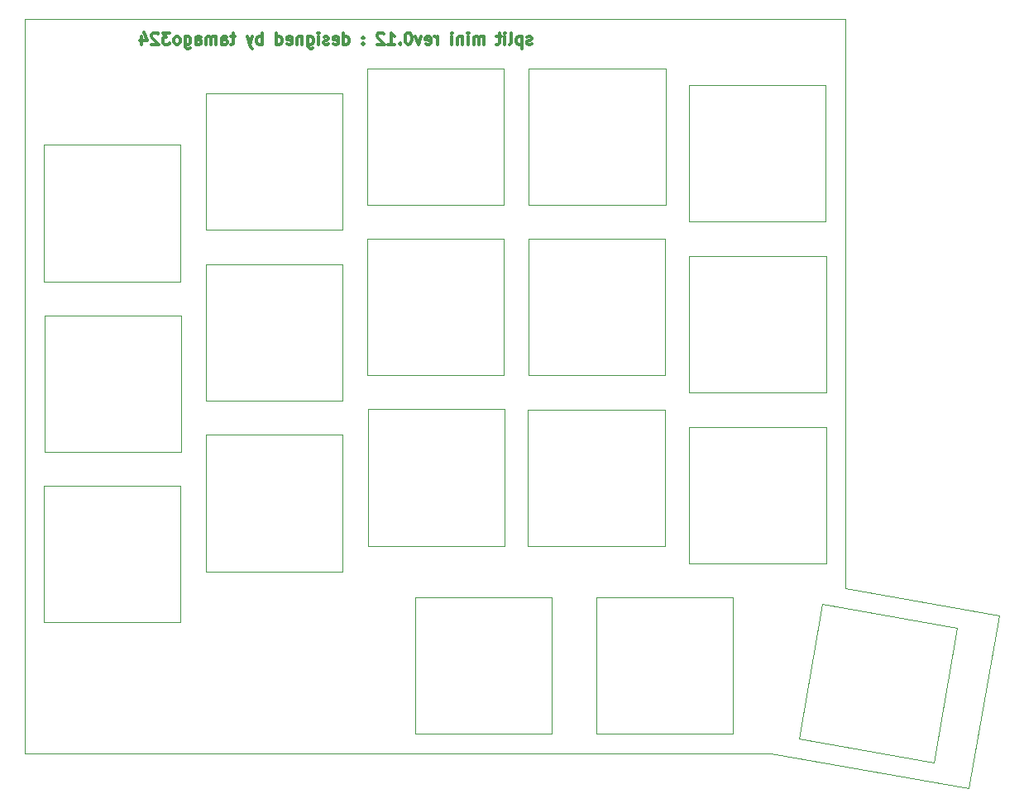
<source format=gbo>
%TF.GenerationSoftware,KiCad,Pcbnew,(6.0.9)*%
%TF.CreationDate,2023-01-03T16:43:59+09:00*%
%TF.ProjectId,split-mini__top,73706c69-742d-46d6-996e-695f5f746f70,rev?*%
%TF.SameCoordinates,Original*%
%TF.FileFunction,Legend,Bot*%
%TF.FilePolarity,Positive*%
%FSLAX46Y46*%
G04 Gerber Fmt 4.6, Leading zero omitted, Abs format (unit mm)*
G04 Created by KiCad (PCBNEW (6.0.9)) date 2023-01-03 16:43:59*
%MOMM*%
%LPD*%
G01*
G04 APERTURE LIST*
%TA.AperFunction,Profile*%
%ADD10C,0.100000*%
%TD*%
%ADD11C,0.300000*%
%TA.AperFunction,Profile*%
%ADD12C,0.120000*%
%TD*%
%ADD13C,0.350000*%
%ADD14C,2.200000*%
G04 APERTURE END LIST*
D10*
X119667171Y-97563496D02*
X103950000Y-94792135D01*
X19950000Y-36475000D02*
X103950000Y-36475000D01*
X116541504Y-115290036D02*
X119667171Y-97563496D01*
X96323180Y-111725000D02*
X116541504Y-115290036D01*
X19950000Y-36475000D02*
X19950000Y-111725000D01*
X19950000Y-111725000D02*
X96323180Y-111725000D01*
X103950000Y-94792135D02*
X103950000Y-36475000D01*
D11*
X71828571Y-39010714D02*
X71714285Y-39067857D01*
X71485714Y-39067857D01*
X71371428Y-39010714D01*
X71314285Y-38896428D01*
X71314285Y-38839285D01*
X71371428Y-38725000D01*
X71485714Y-38667857D01*
X71657142Y-38667857D01*
X71771428Y-38610714D01*
X71828571Y-38496428D01*
X71828571Y-38439285D01*
X71771428Y-38325000D01*
X71657142Y-38267857D01*
X71485714Y-38267857D01*
X71371428Y-38325000D01*
X70800000Y-38267857D02*
X70800000Y-39467857D01*
X70800000Y-38325000D02*
X70685714Y-38267857D01*
X70457142Y-38267857D01*
X70342857Y-38325000D01*
X70285714Y-38382142D01*
X70228571Y-38496428D01*
X70228571Y-38839285D01*
X70285714Y-38953571D01*
X70342857Y-39010714D01*
X70457142Y-39067857D01*
X70685714Y-39067857D01*
X70800000Y-39010714D01*
X69542857Y-39067857D02*
X69657142Y-39010714D01*
X69714285Y-38896428D01*
X69714285Y-37867857D01*
X69085714Y-39067857D02*
X69085714Y-38267857D01*
X69085714Y-37867857D02*
X69142857Y-37925000D01*
X69085714Y-37982142D01*
X69028571Y-37925000D01*
X69085714Y-37867857D01*
X69085714Y-37982142D01*
X68685714Y-38267857D02*
X68228571Y-38267857D01*
X68514285Y-37867857D02*
X68514285Y-38896428D01*
X68457142Y-39010714D01*
X68342857Y-39067857D01*
X68228571Y-39067857D01*
X66914285Y-39067857D02*
X66914285Y-38267857D01*
X66914285Y-38382142D02*
X66857142Y-38325000D01*
X66742857Y-38267857D01*
X66571428Y-38267857D01*
X66457142Y-38325000D01*
X66400000Y-38439285D01*
X66400000Y-39067857D01*
X66400000Y-38439285D02*
X66342857Y-38325000D01*
X66228571Y-38267857D01*
X66057142Y-38267857D01*
X65942857Y-38325000D01*
X65885714Y-38439285D01*
X65885714Y-39067857D01*
X65314285Y-39067857D02*
X65314285Y-38267857D01*
X65314285Y-37867857D02*
X65371428Y-37925000D01*
X65314285Y-37982142D01*
X65257142Y-37925000D01*
X65314285Y-37867857D01*
X65314285Y-37982142D01*
X64742857Y-38267857D02*
X64742857Y-39067857D01*
X64742857Y-38382142D02*
X64685714Y-38325000D01*
X64571428Y-38267857D01*
X64400000Y-38267857D01*
X64285714Y-38325000D01*
X64228571Y-38439285D01*
X64228571Y-39067857D01*
X63657142Y-39067857D02*
X63657142Y-38267857D01*
X63657142Y-37867857D02*
X63714285Y-37925000D01*
X63657142Y-37982142D01*
X63600000Y-37925000D01*
X63657142Y-37867857D01*
X63657142Y-37982142D01*
X62171428Y-39067857D02*
X62171428Y-38267857D01*
X62171428Y-38496428D02*
X62114285Y-38382142D01*
X62057142Y-38325000D01*
X61942857Y-38267857D01*
X61828571Y-38267857D01*
X60971428Y-39010714D02*
X61085714Y-39067857D01*
X61314285Y-39067857D01*
X61428571Y-39010714D01*
X61485714Y-38896428D01*
X61485714Y-38439285D01*
X61428571Y-38325000D01*
X61314285Y-38267857D01*
X61085714Y-38267857D01*
X60971428Y-38325000D01*
X60914285Y-38439285D01*
X60914285Y-38553571D01*
X61485714Y-38667857D01*
X60514285Y-38267857D02*
X60228571Y-39067857D01*
X59942857Y-38267857D01*
X59257142Y-37867857D02*
X59142857Y-37867857D01*
X59028571Y-37925000D01*
X58971428Y-37982142D01*
X58914285Y-38096428D01*
X58857142Y-38325000D01*
X58857142Y-38610714D01*
X58914285Y-38839285D01*
X58971428Y-38953571D01*
X59028571Y-39010714D01*
X59142857Y-39067857D01*
X59257142Y-39067857D01*
X59371428Y-39010714D01*
X59428571Y-38953571D01*
X59485714Y-38839285D01*
X59542857Y-38610714D01*
X59542857Y-38325000D01*
X59485714Y-38096428D01*
X59428571Y-37982142D01*
X59371428Y-37925000D01*
X59257142Y-37867857D01*
X58342857Y-38953571D02*
X58285714Y-39010714D01*
X58342857Y-39067857D01*
X58400000Y-39010714D01*
X58342857Y-38953571D01*
X58342857Y-39067857D01*
X57142857Y-39067857D02*
X57828571Y-39067857D01*
X57485714Y-39067857D02*
X57485714Y-37867857D01*
X57600000Y-38039285D01*
X57714285Y-38153571D01*
X57828571Y-38210714D01*
X56685714Y-37982142D02*
X56628571Y-37925000D01*
X56514285Y-37867857D01*
X56228571Y-37867857D01*
X56114285Y-37925000D01*
X56057142Y-37982142D01*
X56000000Y-38096428D01*
X56000000Y-38210714D01*
X56057142Y-38382142D01*
X56742857Y-39067857D01*
X56000000Y-39067857D01*
X54571428Y-38953571D02*
X54514285Y-39010714D01*
X54571428Y-39067857D01*
X54628571Y-39010714D01*
X54571428Y-38953571D01*
X54571428Y-39067857D01*
X54571428Y-38325000D02*
X54514285Y-38382142D01*
X54571428Y-38439285D01*
X54628571Y-38382142D01*
X54571428Y-38325000D01*
X54571428Y-38439285D01*
X52571428Y-39067857D02*
X52571428Y-37867857D01*
X52571428Y-39010714D02*
X52685714Y-39067857D01*
X52914285Y-39067857D01*
X53028571Y-39010714D01*
X53085714Y-38953571D01*
X53142857Y-38839285D01*
X53142857Y-38496428D01*
X53085714Y-38382142D01*
X53028571Y-38325000D01*
X52914285Y-38267857D01*
X52685714Y-38267857D01*
X52571428Y-38325000D01*
X51542857Y-39010714D02*
X51657142Y-39067857D01*
X51885714Y-39067857D01*
X52000000Y-39010714D01*
X52057142Y-38896428D01*
X52057142Y-38439285D01*
X52000000Y-38325000D01*
X51885714Y-38267857D01*
X51657142Y-38267857D01*
X51542857Y-38325000D01*
X51485714Y-38439285D01*
X51485714Y-38553571D01*
X52057142Y-38667857D01*
X51028571Y-39010714D02*
X50914285Y-39067857D01*
X50685714Y-39067857D01*
X50571428Y-39010714D01*
X50514285Y-38896428D01*
X50514285Y-38839285D01*
X50571428Y-38725000D01*
X50685714Y-38667857D01*
X50857142Y-38667857D01*
X50971428Y-38610714D01*
X51028571Y-38496428D01*
X51028571Y-38439285D01*
X50971428Y-38325000D01*
X50857142Y-38267857D01*
X50685714Y-38267857D01*
X50571428Y-38325000D01*
X50000000Y-39067857D02*
X50000000Y-38267857D01*
X50000000Y-37867857D02*
X50057142Y-37925000D01*
X50000000Y-37982142D01*
X49942857Y-37925000D01*
X50000000Y-37867857D01*
X50000000Y-37982142D01*
X48914285Y-38267857D02*
X48914285Y-39239285D01*
X48971428Y-39353571D01*
X49028571Y-39410714D01*
X49142857Y-39467857D01*
X49314285Y-39467857D01*
X49428571Y-39410714D01*
X48914285Y-39010714D02*
X49028571Y-39067857D01*
X49257142Y-39067857D01*
X49371428Y-39010714D01*
X49428571Y-38953571D01*
X49485714Y-38839285D01*
X49485714Y-38496428D01*
X49428571Y-38382142D01*
X49371428Y-38325000D01*
X49257142Y-38267857D01*
X49028571Y-38267857D01*
X48914285Y-38325000D01*
X48342857Y-38267857D02*
X48342857Y-39067857D01*
X48342857Y-38382142D02*
X48285714Y-38325000D01*
X48171428Y-38267857D01*
X48000000Y-38267857D01*
X47885714Y-38325000D01*
X47828571Y-38439285D01*
X47828571Y-39067857D01*
X46800000Y-39010714D02*
X46914285Y-39067857D01*
X47142857Y-39067857D01*
X47257142Y-39010714D01*
X47314285Y-38896428D01*
X47314285Y-38439285D01*
X47257142Y-38325000D01*
X47142857Y-38267857D01*
X46914285Y-38267857D01*
X46800000Y-38325000D01*
X46742857Y-38439285D01*
X46742857Y-38553571D01*
X47314285Y-38667857D01*
X45714285Y-39067857D02*
X45714285Y-37867857D01*
X45714285Y-39010714D02*
X45828571Y-39067857D01*
X46057142Y-39067857D01*
X46171428Y-39010714D01*
X46228571Y-38953571D01*
X46285714Y-38839285D01*
X46285714Y-38496428D01*
X46228571Y-38382142D01*
X46171428Y-38325000D01*
X46057142Y-38267857D01*
X45828571Y-38267857D01*
X45714285Y-38325000D01*
X44228571Y-39067857D02*
X44228571Y-37867857D01*
X44228571Y-38325000D02*
X44114285Y-38267857D01*
X43885714Y-38267857D01*
X43771428Y-38325000D01*
X43714285Y-38382142D01*
X43657142Y-38496428D01*
X43657142Y-38839285D01*
X43714285Y-38953571D01*
X43771428Y-39010714D01*
X43885714Y-39067857D01*
X44114285Y-39067857D01*
X44228571Y-39010714D01*
X43257142Y-38267857D02*
X42971428Y-39067857D01*
X42685714Y-38267857D02*
X42971428Y-39067857D01*
X43085714Y-39353571D01*
X43142857Y-39410714D01*
X43257142Y-39467857D01*
X41485714Y-38267857D02*
X41028571Y-38267857D01*
X41314285Y-37867857D02*
X41314285Y-38896428D01*
X41257142Y-39010714D01*
X41142857Y-39067857D01*
X41028571Y-39067857D01*
X40114285Y-39067857D02*
X40114285Y-38439285D01*
X40171428Y-38325000D01*
X40285714Y-38267857D01*
X40514285Y-38267857D01*
X40628571Y-38325000D01*
X40114285Y-39010714D02*
X40228571Y-39067857D01*
X40514285Y-39067857D01*
X40628571Y-39010714D01*
X40685714Y-38896428D01*
X40685714Y-38782142D01*
X40628571Y-38667857D01*
X40514285Y-38610714D01*
X40228571Y-38610714D01*
X40114285Y-38553571D01*
X39542857Y-39067857D02*
X39542857Y-38267857D01*
X39542857Y-38382142D02*
X39485714Y-38325000D01*
X39371428Y-38267857D01*
X39200000Y-38267857D01*
X39085714Y-38325000D01*
X39028571Y-38439285D01*
X39028571Y-39067857D01*
X39028571Y-38439285D02*
X38971428Y-38325000D01*
X38857142Y-38267857D01*
X38685714Y-38267857D01*
X38571428Y-38325000D01*
X38514285Y-38439285D01*
X38514285Y-39067857D01*
X37428571Y-39067857D02*
X37428571Y-38439285D01*
X37485714Y-38325000D01*
X37600000Y-38267857D01*
X37828571Y-38267857D01*
X37942857Y-38325000D01*
X37428571Y-39010714D02*
X37542857Y-39067857D01*
X37828571Y-39067857D01*
X37942857Y-39010714D01*
X38000000Y-38896428D01*
X38000000Y-38782142D01*
X37942857Y-38667857D01*
X37828571Y-38610714D01*
X37542857Y-38610714D01*
X37428571Y-38553571D01*
X36342857Y-38267857D02*
X36342857Y-39239285D01*
X36400000Y-39353571D01*
X36457142Y-39410714D01*
X36571428Y-39467857D01*
X36742857Y-39467857D01*
X36857142Y-39410714D01*
X36342857Y-39010714D02*
X36457142Y-39067857D01*
X36685714Y-39067857D01*
X36800000Y-39010714D01*
X36857142Y-38953571D01*
X36914285Y-38839285D01*
X36914285Y-38496428D01*
X36857142Y-38382142D01*
X36800000Y-38325000D01*
X36685714Y-38267857D01*
X36457142Y-38267857D01*
X36342857Y-38325000D01*
X35600000Y-39067857D02*
X35714285Y-39010714D01*
X35771428Y-38953571D01*
X35828571Y-38839285D01*
X35828571Y-38496428D01*
X35771428Y-38382142D01*
X35714285Y-38325000D01*
X35600000Y-38267857D01*
X35428571Y-38267857D01*
X35314285Y-38325000D01*
X35257142Y-38382142D01*
X35200000Y-38496428D01*
X35200000Y-38839285D01*
X35257142Y-38953571D01*
X35314285Y-39010714D01*
X35428571Y-39067857D01*
X35600000Y-39067857D01*
X34800000Y-37867857D02*
X34057142Y-37867857D01*
X34457142Y-38325000D01*
X34285714Y-38325000D01*
X34171428Y-38382142D01*
X34114285Y-38439285D01*
X34057142Y-38553571D01*
X34057142Y-38839285D01*
X34114285Y-38953571D01*
X34171428Y-39010714D01*
X34285714Y-39067857D01*
X34628571Y-39067857D01*
X34742857Y-39010714D01*
X34800000Y-38953571D01*
X33600000Y-37982142D02*
X33542857Y-37925000D01*
X33428571Y-37867857D01*
X33142857Y-37867857D01*
X33028571Y-37925000D01*
X32971428Y-37982142D01*
X32914285Y-38096428D01*
X32914285Y-38210714D01*
X32971428Y-38382142D01*
X33657142Y-39067857D01*
X32914285Y-39067857D01*
X31885714Y-38267857D02*
X31885714Y-39067857D01*
X32171428Y-37810714D02*
X32457142Y-38667857D01*
X31714285Y-38667857D01*
D12*
%TO.C,SW6*%
X35950000Y-80850000D02*
X35950000Y-66850000D01*
X21950000Y-66850000D02*
X21950000Y-80850000D01*
X21950000Y-80850000D02*
X35950000Y-80850000D01*
X35950000Y-66850000D02*
X21950000Y-66850000D01*
%TO.C,SW11*%
X35900000Y-98275000D02*
X35900000Y-84275000D01*
X21900000Y-84275000D02*
X21900000Y-98275000D01*
X21900000Y-98275000D02*
X35900000Y-98275000D01*
X35900000Y-84275000D02*
X21900000Y-84275000D01*
%TO.C,SW9*%
X85500000Y-72950000D02*
X85500000Y-58950000D01*
X71500000Y-58950000D02*
X71500000Y-72950000D01*
X71500000Y-72950000D02*
X85500000Y-72950000D01*
X85500000Y-58950000D02*
X71500000Y-58950000D01*
%TO.C,SW3*%
X68965000Y-55530000D02*
X68965000Y-41530000D01*
X54965000Y-41530000D02*
X54965000Y-55530000D01*
X54965000Y-55530000D02*
X68965000Y-55530000D01*
X68965000Y-41530000D02*
X54965000Y-41530000D01*
%TO.C,SW5*%
X101900000Y-57225000D02*
X101900000Y-43225000D01*
X87900000Y-43225000D02*
X87900000Y-57225000D01*
X87900000Y-57225000D02*
X101900000Y-57225000D01*
X101900000Y-43225000D02*
X87900000Y-43225000D01*
%TO.C,SW15*%
X101950000Y-92250000D02*
X101950000Y-78250000D01*
X87950000Y-78250000D02*
X87950000Y-92250000D01*
X87950000Y-92250000D02*
X101950000Y-92250000D01*
X101950000Y-78250000D02*
X87950000Y-78250000D01*
%TO.C,SW7*%
X52475000Y-75600000D02*
X52475000Y-61600000D01*
X38475000Y-61600000D02*
X38475000Y-75600000D01*
X38475000Y-75600000D02*
X52475000Y-75600000D01*
X52475000Y-61600000D02*
X38475000Y-61600000D01*
%TO.C,SW16*%
X73900000Y-109700000D02*
X73900000Y-95700000D01*
X59900000Y-95700000D02*
X59900000Y-109700000D01*
X59900000Y-109700000D02*
X73900000Y-109700000D01*
X73900000Y-95700000D02*
X59900000Y-95700000D01*
%TO.C,SW18*%
X112953117Y-112634192D02*
X115384192Y-98846883D01*
X101596883Y-96415808D02*
X99165808Y-110203117D01*
X99165808Y-110203117D02*
X112953117Y-112634192D01*
X115384192Y-98846883D02*
X101596883Y-96415808D01*
%TO.C,SW8*%
X68975000Y-72975000D02*
X68975000Y-58975000D01*
X54975000Y-58975000D02*
X54975000Y-72975000D01*
X54975000Y-72975000D02*
X68975000Y-72975000D01*
X68975000Y-58975000D02*
X54975000Y-58975000D01*
%TO.C,SW17*%
X92425000Y-109725000D02*
X92425000Y-95725000D01*
X78425000Y-95725000D02*
X78425000Y-109725000D01*
X78425000Y-109725000D02*
X92425000Y-109725000D01*
X92425000Y-95725000D02*
X78425000Y-95725000D01*
%TO.C,SW10*%
X101950000Y-74725000D02*
X101950000Y-60725000D01*
X87950000Y-60725000D02*
X87950000Y-74725000D01*
X87950000Y-74725000D02*
X101950000Y-74725000D01*
X101950000Y-60725000D02*
X87950000Y-60725000D01*
%TO.C,SW2*%
X52495000Y-58075000D02*
X52495000Y-44075000D01*
X38495000Y-44075000D02*
X38495000Y-58075000D01*
X38495000Y-58075000D02*
X52495000Y-58075000D01*
X52495000Y-44075000D02*
X38495000Y-44075000D01*
%TO.C,SW13*%
X69050000Y-90450000D02*
X69050000Y-76450000D01*
X55050000Y-76450000D02*
X55050000Y-90450000D01*
X55050000Y-90450000D02*
X69050000Y-90450000D01*
X69050000Y-76450000D02*
X55050000Y-76450000D01*
%TO.C,SW12*%
X52475000Y-93075000D02*
X52475000Y-79075000D01*
X38475000Y-79075000D02*
X38475000Y-93075000D01*
X38475000Y-93075000D02*
X52475000Y-93075000D01*
X52475000Y-79075000D02*
X38475000Y-79075000D01*
%TO.C,SW14*%
X85450000Y-90475000D02*
X85450000Y-76475000D01*
X71450000Y-76475000D02*
X71450000Y-90475000D01*
X71450000Y-90475000D02*
X85450000Y-90475000D01*
X85450000Y-76475000D02*
X71450000Y-76475000D01*
%TO.C,SW1*%
X35900000Y-63350000D02*
X35900000Y-49350000D01*
X21900000Y-49350000D02*
X21900000Y-63350000D01*
X21900000Y-63350000D02*
X35900000Y-63350000D01*
X35900000Y-49350000D02*
X21900000Y-49350000D01*
%TO.C,SW4*%
X85525000Y-55520000D02*
X85525000Y-41520000D01*
X71525000Y-41520000D02*
X71525000Y-55520000D01*
X71525000Y-55520000D02*
X85525000Y-55520000D01*
X85525000Y-41520000D02*
X71525000Y-41520000D01*
%TD*%
D13*
X94950000Y-39775000D03*
X28925000Y-106375000D03*
X96450000Y-102475000D03*
X28950000Y-41375000D03*
%LPC*%
D14*
%TO.C,HOLE3*%
X94950000Y-39775000D03*
%TD*%
%TO.C,HOLE4*%
X28925000Y-106375000D03*
%TD*%
%TO.C,HOLE2*%
X96450000Y-102475000D03*
%TD*%
%TO.C,HOLE1*%
X28950000Y-41375000D03*
%TD*%
M02*

</source>
